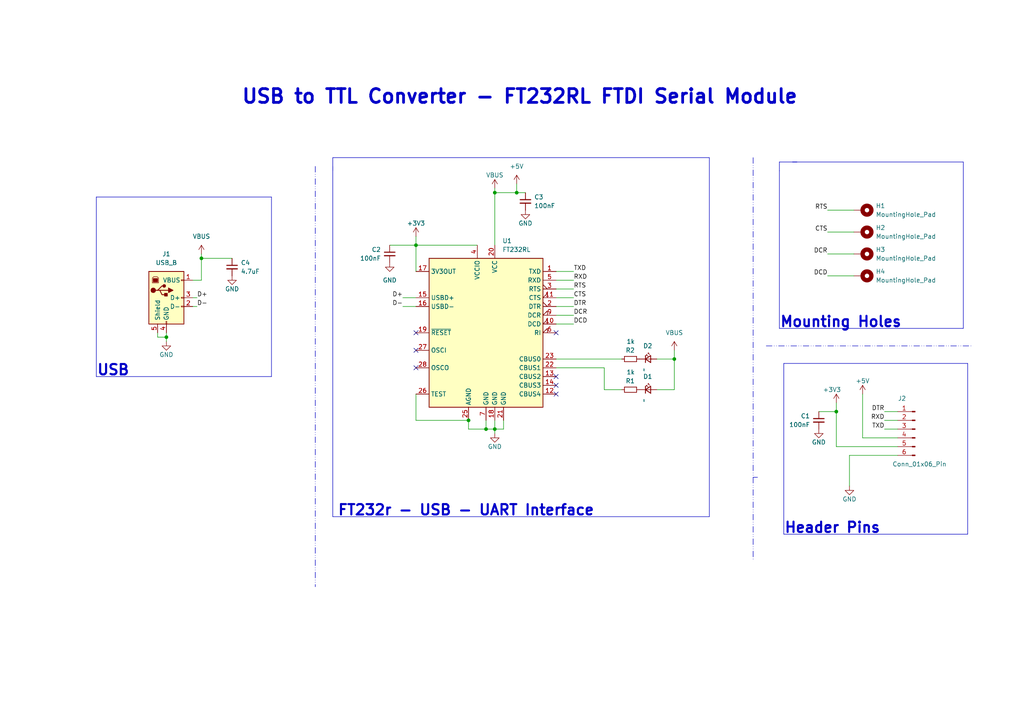
<source format=kicad_sch>
(kicad_sch (version 20230121) (generator eeschema)
  (paper "A4")
  (lib_symbols
    (symbol "Connector:Conn_01x06_Pin" (pin_names (offset 1.016) hide)
      (property "Reference" "J" (at 0 7.62 0))
      (property "Value" "Conn_01x06_Pin" (at 0 -10.16 0))
      (symbol "Conn_01x06_Pin_1_1"
        (polyline (pts (xy 1.27 -7.62) (xy 0.8636 -7.62)) (stroke (width 0.1524)))
        (polyline (pts (xy 1.27 -5.08) (xy 0.8636 -5.08)) (stroke (width 0.1524)))
        (polyline (pts (xy 1.27 -2.54) (xy 0.8636 -2.54)) (stroke (width 0.1524)))
        (polyline (pts (xy 1.27 0) (xy 0.8636 0)) (stroke (width 0.1524)))
        (polyline (pts (xy 1.27 2.54) (xy 0.8636 2.54)) (stroke (width 0.1524)))
        (polyline (pts (xy 1.27 5.08) (xy 0.8636 5.08)) (stroke (width 0.1524)))
        (rectangle (start 0.8636 -7.493) (end 0 -7.747) (stroke (width 0.1524)) (fill (type outline)))
        (rectangle (start 0.8636 -4.953) (end 0 -5.207) (stroke (width 0.1524)) (fill (type outline)))
        (rectangle (start 0.8636 -2.413) (end 0 -2.667) (stroke (width 0.1524)) (fill (type outline)))
        (rectangle (start 0.8636 0.127) (end 0 -0.127) (stroke (width 0.1524)) (fill (type outline)))
        (rectangle (start 0.8636 2.667) (end 0 2.413) (stroke (width 0.1524)) (fill (type outline)))
        (rectangle (start 0.8636 5.207) (end 0 4.953) (stroke (width 0.1524)) (fill (type outline)))
        (pin passive line (at 5.08 5.08 180) (length 3.81) (name "Pin_1") (number "1"))
        (pin passive line (at 5.08 2.54 180) (length 3.81) (name "Pin_2") (number "2"))
        (pin passive line (at 5.08 0 180) (length 3.81) (name "Pin_3") (number "3"))
        (pin passive line (at 5.08 -2.54 180) (length 3.81) (name "Pin_4") (number "4"))
        (pin passive line (at 5.08 -5.08 180) (length 3.81) (name "Pin_5") (number "5"))
        (pin passive line (at 5.08 -7.62 180) (length 3.81) (name "Pin_6") (number "6"))
      )
    )
    (symbol "Connector:USB_B" (pin_names (offset 1.016))
      (property "Reference" "J" (at -5.08 11.43 0))
      (property "Value" "USB_B" (at -5.08 8.89 0))
      (symbol "USB_B_0_1"
        (rectangle (start -5.08 -7.62) (end 5.08 7.62) (stroke (width 0.254)) (fill (type background)))
        (circle (center -3.81 2.159) (radius 0.635) (stroke (width 0.254)) (fill (type outline)))
        (rectangle (start -3.81 5.588) (end -2.54 4.572) (fill (type outline)))
        (circle (center -0.635 3.429) (radius 0.381) (stroke (width 0.254)) (fill (type outline)))
        (rectangle (start -0.127 -7.62) (end 0.127 -6.858))
        (polyline (pts (xy -1.905 2.159) (xy 0.635 2.159)) (stroke (width 0.254)))
        (polyline (pts (xy -3.175 2.159) (xy -2.54 2.159) (xy -1.27 3.429) (xy -0.635 3.429)) (stroke (width 0.254)))
        (polyline (pts (xy -2.54 2.159) (xy -1.905 2.159) (xy -1.27 0.889) (xy 0 0.889)) (stroke (width 0.254)))
        (polyline (pts (xy 0.635 2.794) (xy 0.635 1.524) (xy 1.905 2.159) (xy 0.635 2.794)) (stroke (width 0.254)) (fill (type outline)))
        (polyline (pts (xy -4.064 4.318) (xy -2.286 4.318) (xy -2.286 5.715) (xy -2.667 6.096) (xy -3.683 6.096) (xy -4.064 5.715) (xy -4.064 4.318)))
        (rectangle (start 0.254 1.27) (end -0.508 0.508) (stroke (width 0.254)) (fill (type outline)))
        (rectangle (start 5.08 -2.667) (end 4.318 -2.413))
        (rectangle (start 5.08 -0.127) (end 4.318 0.127))
        (rectangle (start 5.08 4.953) (end 4.318 5.207))
      )
      (symbol "USB_B_1_1"
        (pin power_out line (at 7.62 5.08 180) (length 2.54) (name "VBUS") (number "1"))
        (pin bidirectional line (at 7.62 -2.54 180) (length 2.54) (name "D-") (number "2"))
        (pin bidirectional line (at 7.62 0 180) (length 2.54) (name "D+") (number "3"))
        (pin power_out line (at 0 -10.16 90) (length 2.54) (name "GND") (number "4"))
        (pin passive line (at -2.54 -10.16 90) (length 2.54) (name "Shield") (number "5"))
      )
    )
    (symbol "Device:C_Small" (pin_numbers hide) (pin_names (offset 0.254) hide)
      (property "Reference" "C" (at 0.254 1.778 0))
      (property "Value" "C_Small" (at 0.254 -2.032 0))
      (symbol "C_Small_0_1"
        (polyline (pts (xy -1.524 -0.508) (xy 1.524 -0.508)) (stroke (width 0.3302)))
        (polyline (pts (xy -1.524 0.508) (xy 1.524 0.508)) (stroke (width 0.3048)))
      )
      (symbol "C_Small_1_1"
        (pin passive line (at 0 2.54 270) (length 2.032) (name "~") (number "1"))
        (pin passive line (at 0 -2.54 90) (length 2.032) (name "~") (number "2"))
      )
    )
    (symbol "Device:LED_Small" (pin_numbers hide) (pin_names (offset 0.254) hide)
      (property "Reference" "D" (at -1.27 3.175 0))
      (property "Value" "LED_Small" (at -4.445 -2.54 0))
      (symbol "LED_Small_0_1"
        (polyline (pts (xy -0.762 -1.016) (xy -0.762 1.016)) (stroke (width 0.254)))
        (polyline (pts (xy 1.016 0) (xy -0.762 0)))
        (polyline (pts (xy 0.762 -1.016) (xy -0.762 0) (xy 0.762 1.016) (xy 0.762 -1.016)) (stroke (width 0.254)))
        (polyline (pts (xy 0 0.762) (xy -0.508 1.27) (xy -0.254 1.27) (xy -0.508 1.27) (xy -0.508 1.016)))
        (polyline (pts (xy 0.508 1.27) (xy 0 1.778) (xy 0.254 1.778) (xy 0 1.778) (xy 0 1.524)))
      )
      (symbol "LED_Small_1_1"
        (pin passive line (at -2.54 0 0) (length 1.778) (name "K") (number "1"))
        (pin passive line (at 2.54 0 180) (length 1.778) (name "A") (number "2"))
      )
    )
    (symbol "Device:R_Small" (pin_numbers hide) (pin_names (offset 0.254) hide)
      (property "Reference" "R" (at 0.762 0.508 0))
      (property "Value" "R_Small" (at 0.762 -1.016 0))
      (symbol "R_Small_0_1"
        (rectangle (start -0.762 1.778) (end 0.762 -1.778) (stroke (width 0.2032)))
      )
      (symbol "R_Small_1_1"
        (pin passive line (at 0 2.54 270) (length 0.762) (name "~") (number "1"))
        (pin passive line (at 0 -2.54 90) (length 0.762) (name "~") (number "2"))
      )
    )
    (symbol "Interface_USB:FT232RL"
      (property "Reference" "U" (at -16.51 22.86 0))
      (property "Value" "FT232RL" (at 10.16 22.86 0))
      (symbol "FT232RL_0_1"
        (rectangle (start -16.51 21.59) (end 16.51 -21.59) (stroke (width 0.254)) (fill (type background)))
      )
      (symbol "FT232RL_1_1"
        (pin output line (at 20.32 17.78 180) (length 3.81) (name "TXD") (number "1"))
        (pin input input_low (at 20.32 2.54 180) (length 3.81) (name "DCD") (number "10"))
        (pin input input_low (at 20.32 10.16 180) (length 3.81) (name "CTS") (number "11"))
        (pin bidirectional line (at 20.32 -17.78 180) (length 3.81) (name "CBUS4") (number "12"))
        (pin bidirectional line (at 20.32 -12.7 180) (length 3.81) (name "CBUS2") (number "13"))
        (pin bidirectional line (at 20.32 -15.24 180) (length 3.81) (name "CBUS3") (number "14"))
        (pin bidirectional line (at -20.32 10.16 0) (length 3.81) (name "USBD+") (number "15"))
        (pin bidirectional line (at -20.32 7.62 0) (length 3.81) (name "USBD-") (number "16"))
        (pin power_out line (at -20.32 17.78 0) (length 3.81) (name "3V3OUT") (number "17"))
        (pin power_in line (at 2.54 -25.4 90) (length 3.81) (name "GND") (number "18"))
        (pin input line (at -20.32 0 0) (length 3.81) (name "~{RESET}") (number "19"))
        (pin output output_low (at 20.32 7.62 180) (length 3.81) (name "DTR") (number "2"))
        (pin power_in line (at 2.54 25.4 270) (length 3.81) (name "VCC") (number "20"))
        (pin power_in line (at 5.08 -25.4 90) (length 3.81) (name "GND") (number "21"))
        (pin bidirectional line (at 20.32 -10.16 180) (length 3.81) (name "CBUS1") (number "22"))
        (pin bidirectional line (at 20.32 -7.62 180) (length 3.81) (name "CBUS0") (number "23"))
        (pin power_in line (at -5.08 -25.4 90) (length 3.81) (name "AGND") (number "25"))
        (pin input line (at -20.32 -17.78 0) (length 3.81) (name "TEST") (number "26"))
        (pin input line (at -20.32 -5.08 0) (length 3.81) (name "OSCI") (number "27"))
        (pin output line (at -20.32 -10.16 0) (length 3.81) (name "OSCO") (number "28"))
        (pin output output_low (at 20.32 12.7 180) (length 3.81) (name "RTS") (number "3"))
        (pin power_in line (at -2.54 25.4 270) (length 3.81) (name "VCCIO") (number "4"))
        (pin input line (at 20.32 15.24 180) (length 3.81) (name "RXD") (number "5"))
        (pin input input_low (at 20.32 0 180) (length 3.81) (name "RI") (number "6"))
        (pin power_in line (at 0 -25.4 90) (length 3.81) (name "GND") (number "7"))
        (pin input input_low (at 20.32 5.08 180) (length 3.81) (name "DCR") (number "9"))
      )
    )
    (symbol "Mechanical:MountingHole_Pad" (pin_numbers hide) (pin_names (offset 1.016) hide)
      (property "Reference" "H" (at 0 6.35 0))
      (property "Value" "MountingHole_Pad" (at 0 4.445 0))
      (symbol "MountingHole_Pad_0_1"
        (circle (center 0 1.27) (radius 1.27) (stroke (width 1.27)))
      )
      (symbol "MountingHole_Pad_1_1"
        (pin input line (at 0 -2.54 90) (length 2.54) (name "1") (number "1"))
      )
    )
    (symbol "power:+3V3" (power) (pin_names (offset 0))
      (property "Value" "+3V3" (at 0 3.556 0))
      (symbol "+3V3_0_1"
        (polyline (pts (xy -0.762 1.27) (xy 0 2.54)))
        (polyline (pts (xy 0 0) (xy 0 2.54)))
        (polyline (pts (xy 0 2.54) (xy 0.762 1.27)))
      )
      (symbol "+3V3_1_1"
        (pin power_in line (at 0 0 90) (length 0) hide (name "+3V3") (number "1"))
      )
    )
    (symbol "power:+5V" (power) (pin_names (offset 0))
      (property "Value" "+5V" (at 0 3.556 0))
      (symbol "+5V_0_1"
        (polyline (pts (xy -0.762 1.27) (xy 0 2.54)))
        (polyline (pts (xy 0 0) (xy 0 2.54)))
        (polyline (pts (xy 0 2.54) (xy 0.762 1.27)))
      )
      (symbol "+5V_1_1"
        (pin power_in line (at 0 0 90) (length 0) hide (name "+5V") (number "1"))
      )
    )
    (symbol "power:GND" (power) (pin_names (offset 0))
      (property "Value" "GND" (at 0 -3.81 0))
      (symbol "GND_0_1"
        (polyline (pts (xy 0 0) (xy 0 -1.27) (xy 1.27 -1.27) (xy 0 -2.54) (xy -1.27 -1.27) (xy 0 -1.27)))
      )
      (symbol "GND_1_1"
        (pin power_in line (at 0 0 270) (length 0) hide (name "GND") (number "1"))
      )
    )
    (symbol "power:VBUS" (power) (pin_names (offset 0))
      (property "Value" "VBUS" (at 0 3.81 0))
      (symbol "VBUS_0_1"
        (polyline (pts (xy -0.762 1.27) (xy 0 2.54)))
        (polyline (pts (xy 0 0) (xy 0 2.54)))
        (polyline (pts (xy 0 2.54) (xy 0.762 1.27)))
      )
      (symbol "VBUS_1_1"
        (pin power_in line (at 0 0 90) (length 0) hide (name "VBUS") (number "1"))
      )
    )
  )
  (junction (at 120.65 71.12))
  (junction (at 195.58 104.14))
  (junction (at 140.97 124.46))
  (junction (at 143.51 124.46))
  (junction (at 58.42 74.93))
  (junction (at 143.51 55.88))
  (junction (at 242.57 119.38))
  (junction (at 48.26 97.79))
  (junction (at 149.86 55.88))
  (junction (at 135.89 121.92))
  (no_connect (at 120.65 101.6))
  (no_connect (at 161.29 114.3))
  (no_connect (at 120.65 96.52))
  (no_connect (at 161.29 111.76))
  (no_connect (at 161.29 96.52))
  (no_connect (at 161.29 109.22))
  (no_connect (at 120.65 106.68))
  (wire (pts (xy 143.51 55.88) (xy 143.51 71.12)))
  (wire (pts (xy 58.42 73.66) (xy 58.42 74.93)))
  (polyline (pts (xy 27.94 57.15) (xy 78.74 57.15)))
  (wire (pts (xy 175.26 106.68) (xy 175.26 113.03)))
  (wire (pts (xy 161.29 106.68) (xy 175.26 106.68)))
  (polyline (pts (xy 280.67 105.41) (xy 280.67 154.94)))
  (polyline (pts (xy 227.33 105.41) (xy 227.33 154.94)))
  (polyline (pts (xy 227.33 154.94) (xy 280.67 154.94)))
  (wire (pts (xy 45.72 96.52) (xy 45.72 97.79)))
  (wire (pts (xy 149.86 53.34) (xy 149.86 55.88)))
  (polyline (pts (xy 205.74 45.72) (xy 96.52 45.72)))
  (polyline (pts (xy 227.33 105.41) (xy 280.67 105.41)))
  (polyline (pts (xy 78.74 109.22) (xy 78.74 57.15)))
  (wire (pts (xy 166.37 88.9) (xy 161.29 88.9)))
  (wire (pts (xy 140.97 124.46) (xy 135.89 124.46)))
  (polyline (pts (xy 96.52 48.26) (xy 96.52 149.86)))
  (wire (pts (xy 140.97 124.46) (xy 140.97 121.92)))
  (wire (pts (xy 120.65 71.12) (xy 138.43 71.12)))
  (wire (pts (xy 135.89 121.92) (xy 120.65 121.92)))
  (polyline (pts (xy 222.25 100.33) (xy 281.94 100.33)) (stroke (width 0) (type dash_dot_dot)))
  (wire (pts (xy 246.38 140.97) (xy 246.38 132.08)))
  (wire (pts (xy 260.35 129.54) (xy 242.57 129.54)))
  (wire (pts (xy 143.51 124.46) (xy 143.51 121.92)))
  (polyline (pts (xy 91.44 48.26) (xy 91.44 170.18)) (stroke (width 0) (type dash_dot_dot)))
  (wire (pts (xy 143.51 54.61) (xy 143.51 55.88)))
  (wire (pts (xy 146.05 124.46) (xy 146.05 121.92)))
  (wire (pts (xy 240.03 67.31) (xy 247.65 67.31)))
  (polyline (pts (xy 218.44 138.43) (xy 219.71 138.43)))
  (wire (pts (xy 120.65 71.12) (xy 120.65 78.74)))
  (wire (pts (xy 166.37 86.36) (xy 161.29 86.36)))
  (wire (pts (xy 161.29 104.14) (xy 180.34 104.14)))
  (wire (pts (xy 116.84 86.36) (xy 120.65 86.36)))
  (wire (pts (xy 237.49 119.38) (xy 242.57 119.38)))
  (wire (pts (xy 166.37 78.74) (xy 161.29 78.74)))
  (wire (pts (xy 116.84 88.9) (xy 120.65 88.9)))
  (polyline (pts (xy 205.74 149.86) (xy 205.74 45.72)))
  (wire (pts (xy 250.19 114.3) (xy 250.19 127)))
  (wire (pts (xy 246.38 132.08) (xy 260.35 132.08)))
  (wire (pts (xy 166.37 81.28) (xy 161.29 81.28)))
  (polyline (pts (xy 279.4 95.25) (xy 279.4 46.99)))
  (wire (pts (xy 195.58 104.14) (xy 195.58 113.03)))
  (wire (pts (xy 143.51 124.46) (xy 143.51 125.73)))
  (polyline (pts (xy 226.06 46.99) (xy 231.14 46.99)))
  (wire (pts (xy 120.65 68.58) (xy 120.65 71.12)))
  (wire (pts (xy 240.03 60.96) (xy 247.65 60.96)))
  (wire (pts (xy 166.37 91.44) (xy 161.29 91.44)))
  (wire (pts (xy 45.72 97.79) (xy 48.26 97.79)))
  (wire (pts (xy 140.97 124.46) (xy 143.51 124.46)))
  (wire (pts (xy 190.5 104.14) (xy 195.58 104.14)))
  (wire (pts (xy 58.42 74.93) (xy 58.42 81.28)))
  (wire (pts (xy 143.51 124.46) (xy 146.05 124.46)))
  (wire (pts (xy 113.03 71.12) (xy 120.65 71.12)))
  (wire (pts (xy 242.57 129.54) (xy 242.57 119.38)))
  (polyline (pts (xy 96.52 45.72) (xy 96.52 49.53)))
  (wire (pts (xy 58.42 74.93) (xy 67.31 74.93)))
  (polyline (pts (xy 96.52 149.86) (xy 205.74 149.86)))
  (wire (pts (xy 149.86 55.88) (xy 152.4 55.88)))
  (wire (pts (xy 256.54 119.38) (xy 260.35 119.38)))
  (wire (pts (xy 240.03 80.01) (xy 247.65 80.01)))
  (wire (pts (xy 256.54 121.92) (xy 260.35 121.92)))
  (wire (pts (xy 57.15 88.9) (xy 55.88 88.9)))
  (wire (pts (xy 48.26 97.79) (xy 48.26 96.52)))
  (wire (pts (xy 48.26 99.06) (xy 48.26 97.79)))
  (polyline (pts (xy 226.06 49.53) (xy 226.06 95.25)))
  (wire (pts (xy 135.89 124.46) (xy 135.89 121.92)))
  (wire (pts (xy 57.15 86.36) (xy 55.88 86.36)))
  (wire (pts (xy 242.57 119.38) (xy 242.57 116.84)))
  (wire (pts (xy 195.58 101.6) (xy 195.58 104.14)))
  (wire (pts (xy 250.19 127) (xy 260.35 127)))
  (wire (pts (xy 190.5 113.03) (xy 195.58 113.03)))
  (polyline (pts (xy 226.06 95.25) (xy 279.4 95.25)))
  (wire (pts (xy 240.03 73.66) (xy 247.65 73.66)))
  (wire (pts (xy 180.34 113.03) (xy 175.26 113.03)))
  (wire (pts (xy 256.54 124.46) (xy 260.35 124.46)))
  (polyline (pts (xy 27.94 109.22) (xy 78.74 109.22)))
  (polyline (pts (xy 279.4 46.99) (xy 229.87 46.99)))
  (polyline (pts (xy 27.94 57.15) (xy 27.94 109.22)))
  (polyline (pts (xy 218.44 45.72) (xy 218.44 162.56)) (stroke (width 0) (type dash_dot_dot)))
  (wire (pts (xy 58.42 81.28) (xy 55.88 81.28)))
  (polyline (pts (xy 226.06 46.99) (xy 226.06 49.53)))
  (wire (pts (xy 166.37 93.98) (xy 161.29 93.98)))
  (wire (pts (xy 120.65 121.92) (xy 120.65 114.3)))
  (wire (pts (xy 166.37 83.82) (xy 161.29 83.82)))
  (wire (pts (xy 143.51 55.88) (xy 149.86 55.88)))
  (text "Mounting Holes" (at 226.06 95.25 0) (effects (font (size 3 3) (thickness 0.6) bold) (justify left bottom)))
  (text "Header Pins" (at 227.33 154.94 0) (effects (font (size 3 3) (thickness 0.6) bold) (justify left bottom)))
  (text "USB to TTL Converter - FT232RL FTDI Serial Module" (at 69.85 30.48 0) (effects (font (size 4 4) (thickness 0.8) bold) (justify left bottom)))
  (text "USB\n" (at 27.94 109.22 0) (effects (font (size 3 3) (thickness 0.6) bold) (justify left bottom)))
  (text "FT232r - USB - UART Interface" (at 97.79 149.86 0) (effects (font (size 3 3) (thickness 0.6) bold) (justify left bottom)))
  (label "DCD" (at 240.03 80.01 180))
  (label "RTS" (at 166.37 83.82 0))
  (label "DTR" (at 256.54 119.38 180))
  (label "D-" (at 57.15 88.9 0))
  (label "RXD" (at 166.37 81.28 0))
  (label "D+" (at 57.15 86.36 0))
  (label "TXD" (at 166.37 78.74 0))
  (label "RXD" (at 256.54 121.92 180))
  (label "DTR" (at 166.37 88.9 0))
  (label "CTS" (at 166.37 86.36 0))
  (label "CTS" (at 240.03 67.31 180))
  (label "DCD" (at 166.37 93.98 0))
  (label "TXD" (at 256.54 124.46 180))
  (label "DCR" (at 240.03 73.66 180))
  (label "RTS" (at 240.03 60.96 180))
  (label "D-" (at 116.84 88.9 180))
  (label "DCR" (at 166.37 91.44 0))
  (label "D+" (at 116.84 86.36 180))
  (symbol (lib_id "power:GND") (at 246.38 140.97 0) (unit 1)
    (property "Reference" "#PWR011" (effects hide))
    (property "Value" "GND" (at 246.38 144.78 0))
  )
  (symbol (lib_id "power:+5V") (at 149.86 53.34 0) (unit 1)
    (property "Reference" "#PWR02" (effects hide))
    (property "Value" "+5V" (at 149.86 48.26 0))
  )
  (symbol (lib_id "power:GND") (at 113.03 76.2 0) (mirror y) (unit 1)
    (property "Reference" "#PWR08" (effects hide))
    (property "Value" "GND" (at 113.03 81.28 0))
  )
  (symbol (lib_id "Mechanical:MountingHole_Pad") (at 250.19 80.01 270) (unit 1)
    (property "Reference" "H4" (at 254 78.74 90) (effects (justify left)))
    (property "Value" "MountingHole_Pad" (at 254 81.28 90) (effects (justify left)))
    (property "Footprint" "MountingHole:MountingHole_2.2mm_M2_Pad_Via" (effects hide))
  )
  (symbol (lib_id "power:VBUS") (at 58.42 73.66 0) (unit 1)
    (property "Reference" "#PWR04" (effects hide))
    (property "Value" "VBUS" (at 58.42 68.58 0))
  )
  (symbol (lib_id "Connector:USB_B") (at 48.26 86.36 0) (unit 1)
    (property "Reference" "J1" (at 48.26 73.66 0))
    (property "Value" "USB_B" (at 48.26 76.2 0))
    (property "Footprint" "Connector_USB:USB_B_Lumberg_2411_02_Horizontal" (effects hide))
    (property "Datasheet" " ~" (effects hide))
  )
  (symbol (lib_id "Mechanical:MountingHole_Pad") (at 250.19 73.66 270) (unit 1)
    (property "Reference" "H3" (at 254 72.39 90) (effects (justify left)))
    (property "Value" "MountingHole_Pad" (at 254 74.93 90) (effects (justify left)))
    (property "Footprint" "MountingHole:MountingHole_2.2mm_M2_Pad_Via" (effects hide))
  )
  (symbol (lib_id "power:GND") (at 67.31 80.01 0) (unit 1)
    (property "Reference" "#PWR05" (effects hide))
    (property "Value" "GND" (at 67.31 83.82 0))
  )
  (symbol (lib_id "Mechanical:MountingHole_Pad") (at 250.19 67.31 270) (unit 1)
    (property "Reference" "H2" (at 254 66.04 90) (effects (justify left)))
    (property "Value" "MountingHole_Pad" (at 254 68.58 90) (effects (justify left)))
    (property "Footprint" "MountingHole:MountingHole_2.2mm_M2_Pad_Via" (effects hide))
  )
  (symbol (lib_id "power:GND") (at 48.26 99.06 0) (unit 1)
    (property "Reference" "#PWR01" (effects hide))
    (property "Value" "GND" (at 48.26 102.87 0))
  )
  (symbol (lib_id "power:VBUS") (at 195.58 101.6 0) (unit 1)
    (property "Reference" "#PWR013" (effects hide))
    (property "Value" "VBUS" (at 195.58 96.52 0))
  )
  (symbol (lib_id "Device:R_Small") (at 182.88 113.03 90) (unit 1)
    (property "Reference" "R1" (at 184.15 110.49 90) (effects (justify left)))
    (property "Value" "1k" (at 184.15 107.95 90) (effects (justify left)))
    (property "Footprint" "Resistor_SMD:R_0201_0603Metric" (effects hide))
  )
  (symbol (lib_id "Device:C_Small") (at 237.49 121.92 0) (mirror y) (unit 1)
    (property "Reference" "C1" (at 234.95 120.6563 0) (effects (justify left)))
    (property "Value" "100nF" (at 234.95 123.1963 0) (effects (justify left)))
    (property "Footprint" "Capacitor_SMD:C_0201_0603Metric_Pad0.64x0.40mm_HandSolder" (effects hide))
  )
  (symbol (lib_id "Device:C_Small") (at 152.4 58.42 0) (unit 1)
    (property "Reference" "C3" (at 154.94 57.1563 0) (effects (justify left)))
    (property "Value" "100nF" (at 154.94 59.6963 0) (effects (justify left)))
    (property "Footprint" "Capacitor_SMD:C_0201_0603Metric_Pad0.64x0.40mm_HandSolder" (effects hide))
  )
  (symbol (lib_id "Device:R_Small") (at 182.88 104.14 90) (unit 1)
    (property "Reference" "R2" (at 184.15 101.6 90) (effects (justify left)))
    (property "Value" "1k" (at 184.15 99.06 90) (effects (justify left)))
    (property "Footprint" "Resistor_SMD:R_0201_0603Metric" (effects hide))
  )
  (symbol (lib_id "power:+3V3") (at 120.65 68.58 0) (unit 1)
    (property "Reference" "#PWR09" (effects hide))
    (property "Value" "+3V3" (at 120.65 64.77 0))
  )
  (symbol (lib_id "Mechanical:MountingHole_Pad") (at 250.19 60.96 270) (unit 1)
    (property "Reference" "H1" (at 254 59.69 90) (effects (justify left)))
    (property "Value" "MountingHole_Pad" (at 254 62.23 90) (effects (justify left)))
    (property "Footprint" "MountingHole:MountingHole_2.2mm_M2_Pad_Via" (effects hide))
  )
  (symbol (lib_id "Device:LED_Small") (at 187.96 113.03 0) (unit 1)
    (property "Reference" "D1" (at 189.23 109.22 0) (effects (justify right)))
    (property "Value" "~" (at 186.7535 115.57 90) (effects (justify right)))
    (property "Footprint" "LED_SMD:LED_0201_0603Metric_Pad0.64x0.40mm_HandSolder" (effects hide))
  )
  (symbol (lib_id "Interface_USB:FT232RL") (at 140.97 96.52 0) (unit 1)
    (property "Reference" "U1" (at 145.7041 69.85 0) (effects (justify left)))
    (property "Value" "FT232RL" (at 145.7041 72.39 0) (effects (justify left)))
    (property "Footprint" "Package_SO:SSOP-28_5.3x10.2mm_P0.65mm" (effects hide))
    (property "Datasheet" "https://www.ftdichip.com/Support/Documents/DataSheets/ICs/DS_FT232R.pdf" (effects hide))
  )
  (symbol (lib_id "Device:C_Small") (at 113.03 73.66 0) (mirror y) (unit 1)
    (property "Reference" "C2" (at 110.49 72.3963 0) (effects (justify left)))
    (property "Value" "100nF" (at 110.49 74.9363 0) (effects (justify left)))
    (property "Footprint" "Capacitor_SMD:C_0201_0603Metric" (effects hide))
  )
  (symbol (lib_id "power:VBUS") (at 143.51 54.61 0) (unit 1)
    (property "Reference" "#PWR06" (effects hide))
    (property "Value" "VBUS" (at 143.51 50.8 0))
  )
  (symbol (lib_id "power:GND") (at 143.51 125.73 0) (unit 1)
    (property "Reference" "#PWR03" (effects hide))
    (property "Value" "GND" (at 143.51 129.54 0))
  )
  (symbol (lib_id "power:GND") (at 237.49 124.46 0) (mirror y) (unit 1)
    (property "Reference" "#PWR012" (effects hide))
    (property "Value" "GND" (at 237.49 128.27 0))
  )
  (symbol (lib_id "Device:LED_Small") (at 187.96 104.14 0) (unit 1)
    (property "Reference" "D2" (at 189.23 100.33 0) (effects (justify right)))
    (property "Value" "~" (at 186.7535 106.68 90) (effects (justify right)))
    (property "Footprint" "LED_SMD:LED_0201_0603Metric_Pad0.64x0.40mm_HandSolder" (effects hide))
  )
  (symbol (lib_id "power:GND") (at 152.4 60.96 0) (unit 1)
    (property "Reference" "#PWR07" (effects hide))
    (property "Value" "GND" (at 152.4 64.77 0))
  )
  (symbol (lib_id "Device:C_Small") (at 67.31 77.47 0) (unit 1)
    (property "Reference" "C4" (at 69.85 76.2063 0) (effects (justify left)))
    (property "Value" "4.7uF" (at 69.85 78.7463 0) (effects (justify left)))
    (property "Footprint" "Capacitor_SMD:C_0201_0603Metric_Pad0.64x0.40mm_HandSolder" (effects hide))
  )
  (symbol (lib_id "power:+5V") (at 250.19 114.3 0) (unit 1)
    (property "Reference" "#PWR014" (effects hide))
    (property "Value" "+5V" (at 250.19 110.49 0))
  )
  (symbol (lib_id "Connector:Conn_01x06_Pin") (at 265.43 124.46 0) (mirror y) (unit 1)
    (property "Reference" "J2" (at 261.62 115.57 0))
    (property "Value" "Conn_01x06_Pin" (at 266.7 134.62 0))
    (property "Footprint" "Connector_Hirose:Hirose_DF13-06P-1.25DSA_1x06_P1.25mm_Vertical" (effects hide))
  )
  (symbol (lib_id "power:+3V3") (at 242.57 116.84 0) (unit 1)
    (property "Reference" "#PWR010" (effects hide))
    (property "Value" "+3V3" (at 241.3 113.03 0))
  )
)
</source>
